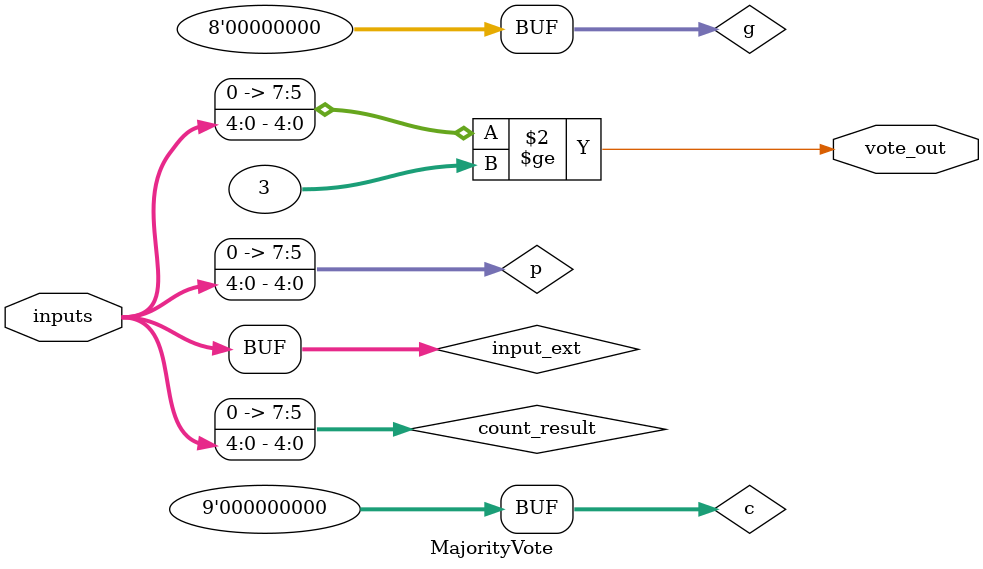
<source format=sv>
module MajorityVote #(parameter N=5, M=3) (
    input [N-1:0] inputs,
    output reg vote_out
);
    // 使用曼彻斯特进位链加法器实现计数
    // 定义内部信号
    wire [7:0] count_result;
    wire [N-1:0] input_ext; // 扩展为8位
    
    // 将输入扩展到8位宽度
    assign input_ext = inputs;
    
    // 曼彻斯特进位链加法器实现
    wire [7:0] p; // 生成信号
    wire [7:0] g; // 传播信号
    wire [8:0] c; // 进位信号，多一位
    
    // 初始生成和传播信号
    genvar j;
    generate
        for (j = 0; j < N; j = j + 1) begin: gen_pg_init
            assign p[j] = input_ext[j];
            assign g[j] = 1'b0;
        end
        
        for (j = N; j < 8; j = j + 1) begin: gen_pg_zeros
            assign p[j] = 1'b0;
            assign g[j] = 1'b0;
        end
    endgenerate
    
    // 初始进位为0
    assign c[0] = 1'b0;
    
    // 曼彻斯特进位链计算
    generate
        for (j = 0; j < 8; j = j + 1) begin: gen_carry
            assign c[j+1] = g[j] | (p[j] & c[j]);
        end
    endgenerate
    
    // 计算和
    generate
        for (j = 0; j < 8; j = j + 1) begin: gen_sum
            assign count_result[j] = p[j] ^ c[j];
        end
    endgenerate
    
    // 判断多数表决结果
    always @(*) begin
        vote_out = (count_result >= M);
    end
endmodule
</source>
